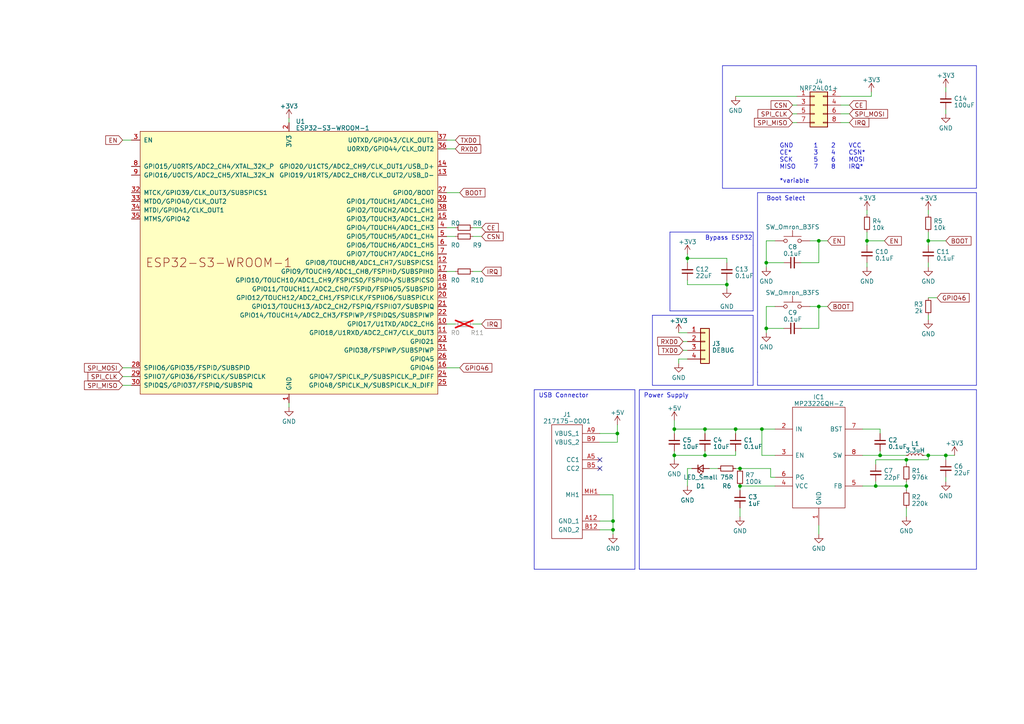
<source format=kicad_sch>
(kicad_sch (version 20230121) (generator eeschema)
  (paper "A4")
  (lib_symbols
    (symbol "Connector_Generic:Conn_01x04" (pin_names (offset 1.016) hide)
      (property "Reference" "J" (at 0 5.08 0))
      (property "Value" "Conn_01x04" (at 0 -7.62 0))
      (symbol "Conn_01x04_1_1"
        (rectangle (start -1.27 -4.953) (end 0 -5.207) (stroke (width 0.1524)))
        (rectangle (start -1.27 -2.413) (end 0 -2.667) (stroke (width 0.1524)))
        (rectangle (start -1.27 0.127) (end 0 -0.127) (stroke (width 0.1524)))
        (rectangle (start -1.27 2.667) (end 0 2.413) (stroke (width 0.1524)))
        (rectangle (start -1.27 3.81) (end 1.27 -6.35) (stroke (width 0.254)) (fill (type background)))
        (pin passive line (at -5.08 2.54 0) (length 3.81) (name "Pin_1") (number "1"))
        (pin passive line (at -5.08 0 0) (length 3.81) (name "Pin_2") (number "2"))
        (pin passive line (at -5.08 -2.54 0) (length 3.81) (name "Pin_3") (number "3"))
        (pin passive line (at -5.08 -5.08 0) (length 3.81) (name "Pin_4") (number "4"))
      )
    )
    (symbol "Connector_Generic:Conn_02x04_Odd_Even" (pin_names (offset 1.016) hide)
      (property "Reference" "J" (at 1.27 5.08 0))
      (property "Value" "Conn_02x04_Odd_Even" (at 1.27 -7.62 0))
      (symbol "Conn_02x04_Odd_Even_1_1"
        (rectangle (start -1.27 -4.953) (end 0 -5.207) (stroke (width 0.1524)))
        (rectangle (start -1.27 -2.413) (end 0 -2.667) (stroke (width 0.1524)))
        (rectangle (start -1.27 0.127) (end 0 -0.127) (stroke (width 0.1524)))
        (rectangle (start -1.27 2.667) (end 0 2.413) (stroke (width 0.1524)))
        (rectangle (start -1.27 3.81) (end 3.81 -6.35) (stroke (width 0.254)) (fill (type background)))
        (rectangle (start 3.81 -4.953) (end 2.54 -5.207) (stroke (width 0.1524)))
        (rectangle (start 3.81 -2.413) (end 2.54 -2.667) (stroke (width 0.1524)))
        (rectangle (start 3.81 0.127) (end 2.54 -0.127) (stroke (width 0.1524)))
        (rectangle (start 3.81 2.667) (end 2.54 2.413) (stroke (width 0.1524)))
        (pin passive line (at -5.08 2.54 0) (length 3.81) (name "Pin_1") (number "1"))
        (pin passive line (at 7.62 2.54 180) (length 3.81) (name "Pin_2") (number "2"))
        (pin passive line (at -5.08 0 0) (length 3.81) (name "Pin_3") (number "3"))
        (pin passive line (at 7.62 0 180) (length 3.81) (name "Pin_4") (number "4"))
        (pin passive line (at -5.08 -2.54 0) (length 3.81) (name "Pin_5") (number "5"))
        (pin passive line (at 7.62 -2.54 180) (length 3.81) (name "Pin_6") (number "6"))
        (pin passive line (at -5.08 -5.08 0) (length 3.81) (name "Pin_7") (number "7"))
        (pin passive line (at 7.62 -5.08 180) (length 3.81) (name "Pin_8") (number "8"))
      )
    )
    (symbol "Device:C_Small" (pin_numbers hide) (pin_names (offset 0.254) hide)
      (property "Reference" "C" (at 0.254 1.778 0))
      (property "Value" "C_Small" (at 0.254 -2.032 0))
      (symbol "C_Small_0_1"
        (polyline (pts (xy -1.524 -0.508) (xy 1.524 -0.508)) (stroke (width 0.3302)))
        (polyline (pts (xy -1.524 0.508) (xy 1.524 0.508)) (stroke (width 0.3048)))
      )
      (symbol "C_Small_1_1"
        (pin passive line (at 0 2.54 270) (length 2.032) (name "~") (number "1"))
        (pin passive line (at 0 -2.54 90) (length 2.032) (name "~") (number "2"))
      )
    )
    (symbol "Device:LED_Small" (pin_numbers hide) (pin_names (offset 0.254) hide)
      (property "Reference" "D" (at -1.27 3.175 0))
      (property "Value" "LED_Small" (at -4.445 -2.54 0))
      (symbol "LED_Small_0_1"
        (polyline (pts (xy -0.762 -1.016) (xy -0.762 1.016)) (stroke (width 0.254)))
        (polyline (pts (xy 1.016 0) (xy -0.762 0)))
        (polyline (pts (xy 0.762 -1.016) (xy -0.762 0) (xy 0.762 1.016) (xy 0.762 -1.016)) (stroke (width 0.254)))
        (polyline (pts (xy 0 0.762) (xy -0.508 1.27) (xy -0.254 1.27) (xy -0.508 1.27) (xy -0.508 1.016)))
        (polyline (pts (xy 0.508 1.27) (xy 0 1.778) (xy 0.254 1.778) (xy 0 1.778) (xy 0 1.524)))
      )
      (symbol "LED_Small_1_1"
        (pin passive line (at -2.54 0 0) (length 1.778) (name "K") (number "1"))
        (pin passive line (at 2.54 0 180) (length 1.778) (name "A") (number "2"))
      )
    )
    (symbol "Device:L_Small" (pin_numbers hide) (pin_names (offset 0.254) hide)
      (property "Reference" "L" (at 0.762 1.016 0))
      (property "Value" "L_Small" (at 0.762 -1.016 0))
      (symbol "L_Small_0_1"
        (arc (start 0 -2.032) (mid 0.5058 -1.524) (end 0 -1.016))
        (arc (start 0 -1.016) (mid 0.5058 -0.508) (end 0 0))
        (arc (start 0 0) (mid 0.5058 0.508) (end 0 1.016))
        (arc (start 0 1.016) (mid 0.5058 1.524) (end 0 2.032))
      )
      (symbol "L_Small_1_1"
        (pin passive line (at 0 2.54 270) (length 0.508) (name "~") (number "1"))
        (pin passive line (at 0 -2.54 90) (length 0.508) (name "~") (number "2"))
      )
    )
    (symbol "Device:R_Small" (pin_numbers hide) (pin_names (offset 0.254) hide)
      (property "Reference" "R" (at 0.762 0.508 0))
      (property "Value" "R_Small" (at 0.762 -1.016 0))
      (symbol "R_Small_0_1"
        (rectangle (start -0.762 1.778) (end 0.762 -1.778) (stroke (width 0.2032)))
      )
      (symbol "R_Small_1_1"
        (pin passive line (at 0 2.54 270) (length 0.762) (name "~") (number "1"))
        (pin passive line (at 0 -2.54 90) (length 0.762) (name "~") (number "2"))
      )
    )
    (symbol "Espressif:ESP32-S3-WROOM-1" (pin_names (offset 1.016))
      (property "Reference" "U" (at -43.18 43.18 0))
      (property "Value" "ESP32-S3-WROOM-1" (at -43.18 40.64 0))
      (symbol "ESP32-S3-WROOM-1_0_0"
        (text "ESP32-S3-WROOM-1" (at -20.32 0 0) (effects (font (size 2.54 2.54))))
        (pin power_in line (at 0 -40.64 90) (length 2.54) (name "GND") (number "1"))
        (pin bidirectional line (at 45.72 -17.78 180) (length 2.54) (name "GPIO17/U1TXD/ADC2_CH6") (number "10"))
        (pin bidirectional line (at 45.72 -20.32 180) (length 2.54) (name "GPIO18/U1RXD/ADC2_CH7/CLK_OUT3") (number "11"))
        (pin bidirectional line (at 45.72 0 180) (length 2.54) (name "GPIO8/TOUCH8/ADC1_CH7/SUBSPICS1") (number "12"))
        (pin bidirectional line (at 45.72 25.4 180) (length 2.54) (name "GPIO19/U1RTS/ADC2_CH8/CLK_OUT2/USB_D-") (number "13"))
        (pin bidirectional line (at 45.72 27.94 180) (length 2.54) (name "GPIO20/U1CTS/ADC2_CH9/CLK_OUT1/USB_D+") (number "14"))
        (pin bidirectional line (at 45.72 12.7 180) (length 2.54) (name "GPIO3/TOUCH3/ADC1_CH2") (number "15"))
        (pin bidirectional line (at 45.72 -30.48 180) (length 2.54) (name "GPIO46") (number "16"))
        (pin bidirectional line (at 45.72 -2.54 180) (length 2.54) (name "GPIO9/TOUCH9/ADC1_CH8/FSPIHD/SUBSPIHD") (number "17"))
        (pin bidirectional line (at 45.72 -5.08 180) (length 2.54) (name "GPIO10/TOUCH10/ADC1_CH9/FSPICS0/FSPIIO4/SUBSPICS0") (number "18"))
        (pin bidirectional line (at 45.72 -7.62 180) (length 2.54) (name "GPIO11/TOUCH11/ADC2_CH0/FSPID/FSPIIO5/SUBSPID") (number "19"))
        (pin power_in line (at 0 40.64 270) (length 2.54) (name "3V3") (number "2"))
        (pin bidirectional line (at 45.72 -10.16 180) (length 2.54) (name "GPIO12/TOUCH12/ADC2_CH1/FSPICLK/FSPIIO6/SUBSPICLK") (number "20"))
        (pin bidirectional line (at 45.72 -12.7 180) (length 2.54) (name "GPIO13/TOUCH13/ADC2_CH2/FSPIQ/FSPIIO7/SUBSPIQ") (number "21"))
        (pin bidirectional line (at 45.72 -15.24 180) (length 2.54) (name "GPIO14/TOUCH14/ADC2_CH3/FSPIWP/FSPIDQS/SUBSPIWP") (number "22"))
        (pin bidirectional line (at 45.72 -22.86 180) (length 2.54) (name "GPIO21") (number "23"))
        (pin bidirectional line (at 45.72 -33.02 180) (length 2.54) (name "GPIO47/SPICLK_P/SUBSPICLK_P_DIFF") (number "24"))
        (pin bidirectional line (at 45.72 -35.56 180) (length 2.54) (name "GPIO48/SPICLK_N/SUBSPICLK_N_DIFF") (number "25"))
        (pin bidirectional line (at 45.72 -27.94 180) (length 2.54) (name "GPIO45") (number "26"))
        (pin bidirectional line (at 45.72 20.32 180) (length 2.54) (name "GPIO0/BOOT") (number "27"))
        (pin bidirectional line (at -45.72 -30.48 0) (length 2.54) (name "SPIIO6/GPIO35/FSPID/SUBSPID") (number "28"))
        (pin bidirectional line (at -45.72 -33.02 0) (length 2.54) (name "SPIIO7/GPIO36/FSPICLK/SUBSPICLK") (number "29"))
        (pin input line (at -45.72 35.56 0) (length 2.54) (name "EN") (number "3"))
        (pin bidirectional line (at -45.72 -35.56 0) (length 2.54) (name "SPIDQS/GPIO37/FSPIQ/SUBSPIQ") (number "30"))
        (pin bidirectional line (at 45.72 -25.4 180) (length 2.54) (name "GPIO38/FSPIWP/SUBSPIWP") (number "31"))
        (pin bidirectional line (at -45.72 20.32 0) (length 2.54) (name "MTCK/GPIO39/CLK_OUT3/SUBSPICS1") (number "32"))
        (pin bidirectional line (at -45.72 17.78 0) (length 2.54) (name "MTDO/GPIO40/CLK_OUT2") (number "33"))
        (pin bidirectional line (at -45.72 15.24 0) (length 2.54) (name "MTDI/GPIO41/CLK_OUT1") (number "34"))
        (pin bidirectional line (at -45.72 12.7 0) (length 2.54) (name "MTMS/GPIO42") (number "35"))
        (pin bidirectional line (at 45.72 33.02 180) (length 2.54) (name "U0RXD/GPIO44/CLK_OUT2") (number "36"))
        (pin bidirectional line (at 45.72 35.56 180) (length 2.54) (name "U0TXD/GPIO43/CLK_OUT1") (number "37"))
        (pin bidirectional line (at 45.72 15.24 180) (length 2.54) (name "GPIO2/TOUCH2/ADC1_CH1") (number "38"))
        (pin bidirectional line (at 45.72 17.78 180) (length 2.54) (name "GPIO1/TOUCH1/ADC1_CH0") (number "39"))
        (pin bidirectional line (at 45.72 10.16 180) (length 2.54) (name "GPIO4/TOUCH4/ADC1_CH3") (number "4"))
        (pin passive line (at 0 -40.64 90) (length 2.54) hide (name "GND") (number "40"))
        (pin passive line (at 0 -40.64 90) (length 2.54) hide (name "GND") (number "41"))
        (pin bidirectional line (at 45.72 7.62 180) (length 2.54) (name "GPIO5/TOUCH5/ADC1_CH4") (number "5"))
        (pin bidirectional line (at 45.72 5.08 180) (length 2.54) (name "GPIO6/TOUCH6/ADC1_CH5") (number "6"))
        (pin bidirectional line (at 45.72 2.54 180) (length 2.54) (name "GPIO7/TOUCH7/ADC1_CH6") (number "7"))
        (pin bidirectional line (at -45.72 27.94 0) (length 2.54) (name "GPIO15/U0RTS/ADC2_CH4/XTAL_32K_P") (number "8"))
        (pin bidirectional line (at -45.72 25.4 0) (length 2.54) (name "GPIO16/U0CTS/ADC2_CH5/XTAL_32K_N") (number "9"))
      )
      (symbol "ESP32-S3-WROOM-1_0_1"
        (rectangle (start -43.18 38.1) (end 43.18 -38.1) (fill (type background)))
      )
    )
    (symbol "Switch:SW_Omron_B3FS" (pin_numbers hide) (pin_names (offset 1.016) hide)
      (property "Reference" "SW" (at 1.27 2.54 0))
      (property "Value" "SW_Omron_B3FS" (at 0 -1.524 0))
      (symbol "SW_Omron_B3FS_0_1"
        (circle (center -2.032 0) (radius 0.508))
        (polyline (pts (xy 0 1.27) (xy 0 3.048)))
        (polyline (pts (xy 2.54 1.27) (xy -2.54 1.27)))
        (circle (center 2.032 0) (radius 0.508))
        (pin passive line (at -5.08 0 0) (length 2.54) (name "1") (number "1"))
        (pin passive line (at 5.08 0 180) (length 2.54) (name "2") (number "2"))
      )
    )
    (symbol "broker:217175-0001" (pin_names (offset 0.762))
      (property "Reference" "J" (at 29.21 7.62 0))
      (property "Value" "217175-0001" (at 29.21 5.08 0))
      (symbol "217175-0001_0_0"
        (pin passive line (at 19.05 -13.97 180) (length 5.08) (name "GND_1") (number "A12"))
        (pin passive line (at 19.05 3.81 180) (length 5.08) (name "CC1") (number "A5"))
        (pin passive line (at 19.05 11.43 180) (length 5.08) (name "VBUS_1") (number "A9"))
        (pin passive line (at 19.05 -16.51 180) (length 5.08) (name "GND_2") (number "B12"))
        (pin passive line (at 19.05 1.27 180) (length 5.08) (name "CC2") (number "B5"))
        (pin passive line (at 19.05 8.89 180) (length 5.08) (name "VBUS_2") (number "B9"))
        (pin passive line (at 19.05 -6.35 180) (length 5.08) (name "MH1") (number "MH1"))
        (pin passive line (at 19.05 -6.35 180) (length 5.08) hide (name "MH2") (number "MH2"))
        (pin passive line (at 19.05 -6.35 180) (length 5.08) hide (name "MH3") (number "MH3"))
        (pin passive line (at 19.05 -6.35 180) (length 5.08) hide (name "MH4") (number "MH4"))
      )
      (symbol "217175-0001_0_1"
        (polyline (pts (xy 5.08 13.97) (xy 13.97 13.97) (xy 13.97 -19.05) (xy 5.08 -19.05) (xy 5.08 13.97)) (stroke (width 0.1524)))
      )
    )
    (symbol "broker:MP2322GQH-Z" (pin_names (offset 0.762))
      (property "Reference" "IC" (at 21.59 7.62 0))
      (property "Value" "MP2322GQH-Z" (at 21.59 5.08 0))
      (symbol "MP2322GQH-Z_0_0"
        (pin passive line (at 12.7 -31.75 90) (length 5.08) (name "GND") (number "1"))
        (pin passive line (at 0 -3.81 0) (length 5.08) (name "IN") (number "2"))
        (pin passive line (at 0 -11.43 0) (length 5.08) (name "EN") (number "3"))
        (pin passive line (at 0 -20.32 0) (length 5.08) (name "VCC") (number "4"))
        (pin passive line (at 25.4 -20.32 180) (length 5.08) (name "FB") (number "5"))
        (pin passive line (at 0 -17.78 0) (length 5.08) (name "PG") (number "6"))
        (pin passive line (at 25.4 -3.81 180) (length 5.08) (name "BST") (number "7"))
        (pin passive line (at 25.4 -11.43 180) (length 5.08) (name "SW") (number "8"))
      )
      (symbol "MP2322GQH-Z_0_1"
        (polyline (pts (xy 5.08 2.54) (xy 20.32 2.54) (xy 20.32 -26.67) (xy 5.08 -26.67) (xy 5.08 2.54)) (stroke (width 0.1524)))
      )
    )
    (symbol "power:+3V3" (power) (pin_names (offset 0))
      (property "Value" "+3V3" (at 0 3.556 0))
      (symbol "+3V3_0_1"
        (polyline (pts (xy -0.762 1.27) (xy 0 2.54)))
        (polyline (pts (xy 0 0) (xy 0 2.54)))
        (polyline (pts (xy 0 2.54) (xy 0.762 1.27)))
      )
      (symbol "+3V3_1_1"
        (pin power_in line (at 0 0 90) (length 0) hide (name "+3V3") (number "1"))
      )
    )
    (symbol "power:+5V" (power) (pin_names (offset 0))
      (property "Value" "+5V" (at 0 3.556 0))
      (symbol "+5V_0_1"
        (polyline (pts (xy -0.762 1.27) (xy 0 2.54)))
        (polyline (pts (xy 0 0) (xy 0 2.54)))
        (polyline (pts (xy 0 2.54) (xy 0.762 1.27)))
      )
      (symbol "+5V_1_1"
        (pin power_in line (at 0 0 90) (length 0) hide (name "+5V") (number "1"))
      )
    )
    (symbol "power:GND" (power) (pin_names (offset 0))
      (property "Value" "GND" (at 0 -3.81 0))
      (symbol "GND_0_1"
        (polyline (pts (xy 0 0) (xy 0 -1.27) (xy 1.27 -1.27) (xy 0 -2.54) (xy -1.27 -1.27) (xy 0 -1.27)))
      )
      (symbol "GND_1_1"
        (pin power_in line (at 0 0 270) (length 0) hide (name "GND") (number "1"))
      )
    )
  )
  (junction (at 199.39 74.93))
  (junction (at 204.47 124.46))
  (junction (at 210.82 82.55))
  (junction (at 220.98 124.46))
  (junction (at 214.63 135.89))
  (junction (at 255.27 132.08))
  (junction (at 274.32 132.08))
  (junction (at 269.24 69.85))
  (junction (at 204.47 132.08))
  (junction (at 179.07 125.73))
  (junction (at 213.36 124.46))
  (junction (at 262.89 140.97))
  (junction (at 251.46 69.85))
  (junction (at 195.58 124.46))
  (junction (at 177.8 151.13))
  (junction (at 254 140.97))
  (junction (at 237.49 69.85))
  (junction (at 269.24 132.08))
  (junction (at 237.49 88.9))
  (junction (at 214.63 140.97))
  (junction (at 177.8 153.67))
  (junction (at 222.25 76.2))
  (junction (at 195.58 132.08))
  (junction (at 262.89 133.35))
  (junction (at 222.25 95.25))
  (no_connect (at 173.99 135.89))
  (no_connect (at 173.99 133.35))
  (polyline (pts (xy 185.42 154.94) (xy 185.42 113.03)))
  (wire (pts (xy 274.32 25.4) (xy 274.32 26.67)))
  (wire (pts (xy 237.49 69.85) (xy 240.03 69.85)))
  (polyline (pts (xy 209.55 54.61) (xy 209.55 19.05)))
  (wire (pts (xy 255.27 132.08) (xy 250.19 132.08)))
  (polyline (pts (xy 154.94 113.03) (xy 184.15 113.03)))
  (wire (pts (xy 35.56 40.64) (xy 38.1 40.64)))
  (wire (pts (xy 252.73 27.94) (xy 252.73 26.67)))
  (wire (pts (xy 199.39 73.66) (xy 199.39 74.93)))
  (wire (pts (xy 223.52 138.43) (xy 224.79 138.43)))
  (polyline (pts (xy 219.71 55.88) (xy 219.71 107.95)))
  (wire (pts (xy 243.84 30.48) (xy 246.38 30.48)))
  (wire (pts (xy 227.33 76.2) (xy 222.25 76.2)))
  (wire (pts (xy 237.49 95.25) (xy 232.41 95.25)))
  (wire (pts (xy 177.8 151.13) (xy 173.99 151.13)))
  (polyline (pts (xy 218.44 90.17) (xy 194.31 90.17)))
  (wire (pts (xy 214.63 142.24) (xy 214.63 140.97)))
  (wire (pts (xy 256.54 69.85) (xy 251.46 69.85)))
  (wire (pts (xy 251.46 69.85) (xy 251.46 67.31)))
  (wire (pts (xy 251.46 60.96) (xy 251.46 62.23)))
  (wire (pts (xy 251.46 69.85) (xy 251.46 71.12)))
  (wire (pts (xy 220.98 132.08) (xy 220.98 124.46)))
  (wire (pts (xy 198.12 99.06) (xy 199.39 99.06)))
  (wire (pts (xy 237.49 152.4) (xy 237.49 154.94)))
  (wire (pts (xy 255.27 130.81) (xy 255.27 132.08)))
  (wire (pts (xy 196.85 96.52) (xy 199.39 96.52)))
  (wire (pts (xy 243.84 27.94) (xy 252.73 27.94)))
  (wire (pts (xy 255.27 124.46) (xy 255.27 125.73)))
  (wire (pts (xy 204.47 132.08) (xy 213.36 132.08)))
  (wire (pts (xy 129.54 68.58) (xy 132.08 68.58)))
  (wire (pts (xy 199.39 74.93) (xy 210.82 74.93)))
  (wire (pts (xy 274.32 132.08) (xy 274.32 133.35)))
  (wire (pts (xy 274.32 138.43) (xy 274.32 139.7)))
  (wire (pts (xy 262.89 140.97) (xy 262.89 142.24)))
  (wire (pts (xy 224.79 132.08) (xy 220.98 132.08)))
  (polyline (pts (xy 283.21 165.1) (xy 185.42 165.1)))
  (wire (pts (xy 224.79 124.46) (xy 220.98 124.46)))
  (wire (pts (xy 177.8 143.51) (xy 173.99 143.51)))
  (wire (pts (xy 129.54 66.04) (xy 132.08 66.04)))
  (wire (pts (xy 210.82 82.55) (xy 210.82 83.82)))
  (polyline (pts (xy 218.44 111.76) (xy 189.23 111.76)))
  (polyline (pts (xy 209.55 19.05) (xy 283.21 19.05)))
  (wire (pts (xy 199.39 135.89) (xy 200.66 135.89)))
  (wire (pts (xy 204.47 124.46) (xy 204.47 125.73)))
  (wire (pts (xy 220.98 124.46) (xy 213.36 124.46)))
  (wire (pts (xy 213.36 27.94) (xy 231.14 27.94)))
  (wire (pts (xy 129.54 106.68) (xy 133.35 106.68)))
  (wire (pts (xy 237.49 69.85) (xy 237.49 76.2)))
  (wire (pts (xy 229.87 33.02) (xy 231.14 33.02)))
  (wire (pts (xy 222.25 76.2) (xy 222.25 77.47)))
  (wire (pts (xy 205.74 135.89) (xy 208.28 135.89)))
  (polyline (pts (xy 218.44 71.12) (xy 218.44 90.17)))
  (wire (pts (xy 177.8 143.51) (xy 177.8 151.13)))
  (wire (pts (xy 195.58 124.46) (xy 195.58 121.92)))
  (polyline (pts (xy 283.21 111.76) (xy 283.21 55.88)))
  (wire (pts (xy 269.24 69.85) (xy 269.24 67.31)))
  (wire (pts (xy 137.16 93.98) (xy 139.7 93.98)))
  (wire (pts (xy 179.07 125.73) (xy 179.07 128.27)))
  (wire (pts (xy 223.52 138.43) (xy 223.52 135.89)))
  (wire (pts (xy 204.47 124.46) (xy 195.58 124.46)))
  (wire (pts (xy 274.32 31.75) (xy 274.32 33.02)))
  (wire (pts (xy 262.89 139.7) (xy 262.89 140.97)))
  (wire (pts (xy 269.24 91.44) (xy 269.24 92.71)))
  (wire (pts (xy 199.39 140.97) (xy 199.39 135.89)))
  (polyline (pts (xy 185.42 113.03) (xy 283.21 113.03)))
  (wire (pts (xy 177.8 154.94) (xy 177.8 153.67)))
  (wire (pts (xy 271.78 86.36) (xy 269.24 86.36)))
  (polyline (pts (xy 219.71 111.76) (xy 283.21 111.76)))
  (wire (pts (xy 223.52 135.89) (xy 214.63 135.89)))
  (polyline (pts (xy 189.23 111.76) (xy 189.23 91.44)))
  (wire (pts (xy 210.82 82.55) (xy 210.82 81.28)))
  (wire (pts (xy 177.8 153.67) (xy 177.8 151.13)))
  (wire (pts (xy 243.84 33.02) (xy 246.38 33.02)))
  (wire (pts (xy 179.07 128.27) (xy 173.99 128.27)))
  (wire (pts (xy 199.39 82.55) (xy 199.39 81.28)))
  (wire (pts (xy 199.39 74.93) (xy 199.39 76.2)))
  (wire (pts (xy 196.85 104.14) (xy 196.85 105.41)))
  (wire (pts (xy 237.49 76.2) (xy 232.41 76.2)))
  (wire (pts (xy 222.25 95.25) (xy 222.25 96.52)))
  (wire (pts (xy 269.24 132.08) (xy 274.32 132.08)))
  (wire (pts (xy 198.12 101.6) (xy 199.39 101.6)))
  (wire (pts (xy 213.36 132.08) (xy 213.36 130.81)))
  (wire (pts (xy 254 140.97) (xy 250.19 140.97)))
  (wire (pts (xy 179.07 123.19) (xy 179.07 125.73)))
  (wire (pts (xy 267.97 132.08) (xy 269.24 132.08)))
  (wire (pts (xy 269.24 60.96) (xy 269.24 62.23)))
  (wire (pts (xy 262.89 147.32) (xy 262.89 149.86)))
  (wire (pts (xy 255.27 132.08) (xy 262.89 132.08)))
  (wire (pts (xy 199.39 104.14) (xy 196.85 104.14)))
  (polyline (pts (xy 219.71 107.95) (xy 219.71 111.76)))
  (wire (pts (xy 129.54 93.98) (xy 132.08 93.98)))
  (wire (pts (xy 254 139.7) (xy 254 140.97)))
  (wire (pts (xy 227.33 95.25) (xy 222.25 95.25)))
  (wire (pts (xy 210.82 74.93) (xy 210.82 76.2)))
  (polyline (pts (xy 283.21 113.03) (xy 283.21 165.1)))
  (wire (pts (xy 229.87 30.48) (xy 231.14 30.48)))
  (wire (pts (xy 195.58 133.35) (xy 195.58 132.08)))
  (wire (pts (xy 210.82 82.55) (xy 199.39 82.55)))
  (wire (pts (xy 234.95 69.85) (xy 237.49 69.85)))
  (wire (pts (xy 262.89 140.97) (xy 254 140.97)))
  (wire (pts (xy 274.32 69.85) (xy 269.24 69.85)))
  (wire (pts (xy 222.25 69.85) (xy 222.25 76.2)))
  (polyline (pts (xy 185.42 154.94) (xy 185.42 165.1)))
  (wire (pts (xy 269.24 76.2) (xy 269.24 77.47)))
  (wire (pts (xy 35.56 111.76) (xy 38.1 111.76)))
  (polyline (pts (xy 184.15 165.1) (xy 154.94 165.1)))
  (wire (pts (xy 204.47 132.08) (xy 204.47 130.81)))
  (polyline (pts (xy 184.15 113.03) (xy 184.15 165.1)))
  (wire (pts (xy 254 133.35) (xy 254 134.62)))
  (wire (pts (xy 237.49 88.9) (xy 237.49 95.25)))
  (wire (pts (xy 177.8 153.67) (xy 173.99 153.67)))
  (polyline (pts (xy 154.94 113.03) (xy 154.94 165.1)))
  (wire (pts (xy 214.63 140.97) (xy 224.79 140.97)))
  (polyline (pts (xy 218.44 91.44) (xy 218.44 111.76)))
  (wire (pts (xy 262.89 133.35) (xy 262.89 134.62)))
  (wire (pts (xy 83.82 34.29) (xy 83.82 35.56)))
  (wire (pts (xy 222.25 88.9) (xy 222.25 95.25)))
  (wire (pts (xy 262.89 133.35) (xy 254 133.35)))
  (wire (pts (xy 214.63 147.32) (xy 214.63 149.86)))
  (wire (pts (xy 137.16 66.04) (xy 139.7 66.04)))
  (wire (pts (xy 137.16 68.58) (xy 139.7 68.58)))
  (wire (pts (xy 204.47 124.46) (xy 213.36 124.46)))
  (wire (pts (xy 129.54 78.74) (xy 132.08 78.74)))
  (wire (pts (xy 35.56 109.22) (xy 38.1 109.22)))
  (wire (pts (xy 35.56 106.68) (xy 38.1 106.68)))
  (wire (pts (xy 137.16 78.74) (xy 139.7 78.74)))
  (wire (pts (xy 129.54 55.88) (xy 133.35 55.88)))
  (wire (pts (xy 251.46 76.2) (xy 251.46 77.47)))
  (wire (pts (xy 229.87 35.56) (xy 231.14 35.56)))
  (wire (pts (xy 234.95 88.9) (xy 237.49 88.9)))
  (polyline (pts (xy 194.31 90.17) (xy 194.31 67.31)))
  (polyline (pts (xy 283.21 19.05) (xy 283.21 54.61)))
  (wire (pts (xy 222.25 88.9) (xy 224.79 88.9)))
  (polyline (pts (xy 283.21 55.88) (xy 219.71 55.88)))
  (wire (pts (xy 195.58 124.46) (xy 195.58 125.73)))
  (wire (pts (xy 269.24 133.35) (xy 269.24 132.08)))
  (wire (pts (xy 129.54 40.64) (xy 132.08 40.64)))
  (polyline (pts (xy 218.44 67.31) (xy 218.44 71.12)))
  (wire (pts (xy 269.24 69.85) (xy 269.24 71.12)))
  (wire (pts (xy 129.54 43.18) (xy 132.08 43.18)))
  (wire (pts (xy 222.25 69.85) (xy 224.79 69.85)))
  (wire (pts (xy 243.84 35.56) (xy 246.38 35.56)))
  (wire (pts (xy 237.49 88.9) (xy 240.03 88.9)))
  (wire (pts (xy 250.19 124.46) (xy 255.27 124.46)))
  (wire (pts (xy 195.58 130.81) (xy 195.58 132.08)))
  (polyline (pts (xy 283.21 54.61) (xy 209.55 54.61)))
  (wire (pts (xy 262.89 133.35) (xy 269.24 133.35)))
  (wire (pts (xy 179.07 125.73) (xy 173.99 125.73)))
  (wire (pts (xy 195.58 132.08) (xy 204.47 132.08)))
  (polyline (pts (xy 189.23 91.44) (xy 218.44 91.44)))
  (wire (pts (xy 213.36 135.89) (xy 214.63 135.89)))
  (wire (pts (xy 274.32 132.08) (xy 276.86 132.08)))
  (wire (pts (xy 213.36 124.46) (xy 213.36 125.73)))
  (polyline (pts (xy 194.31 67.31) (xy 218.44 67.31)))
  (wire (pts (xy 83.82 116.84) (xy 83.82 118.11)))
  (text "Power Supply" (at 186.69 115.57 0) (effects (font (size 1.27 1.27)) (justify left bottom)))
  (text "Bypass ESP32" (at 204.47 69.85 0) (effects (font (size 1.27 1.27)) (justify left bottom)))
  (text "Boot Select" (at 222.25 58.42 0) (effects (font (size 1.27 1.27)) (justify left bottom)))
  (text "GND		1	2	VCC\nCE*		3	4 	CSN*\nSCK		5	6 	MOSI\nMISO	7	8	IRQ*\n\n*variable" (at 226.06 53.34 0) (effects (font (size 1.27 1.27)) (justify left bottom)))
  (text "USB Connector" (at 156.21 115.57 0) (effects (font (size 1.27 1.27)) (justify left bottom)))
  (global_label "CSN" (shape input) (at 139.7 68.58 0) (property "Intersheetrefs" "${INTERSHEET_REFS}" (effects hide)))
  (global_label "SPI_MOSI" (shape input) (at 35.56 106.68 180) (property "Intersheetrefs" "${INTERSHEET_REFS}" (effects hide)))
  (global_label "SPI_MOSI" (shape input) (at 246.38 33.02 0) (property "Intersheetrefs" "${INTERSHEET_REFS}" (effects hide)))
  (global_label "SPI_MISO" (shape input) (at 35.56 111.76 180) (property "Intersheetrefs" "${INTERSHEET_REFS}" (effects hide)))
  (global_label "RXD0" (shape input) (at 198.12 99.06 180) (property "Intersheetrefs" "${INTERSHEET_REFS}" (effects hide)))
  (global_label "SPI_MISO" (shape input) (at 229.87 35.56 180) (property "Intersheetrefs" "${INTERSHEET_REFS}" (effects hide)))
  (global_label "SPI_CLK" (shape input) (at 35.56 109.22 180) (property "Intersheetrefs" "${INTERSHEET_REFS}" (effects hide)))
  (global_label "GPIO46" (shape input) (at 271.78 86.36 0) (property "Intersheetrefs" "${INTERSHEET_REFS}" (effects hide)))
  (global_label "TXD0" (shape input) (at 132.08 40.64 0) (property "Intersheetrefs" "${INTERSHEET_REFS}" (effects hide)))
  (global_label "IRQ" (shape input) (at 139.7 78.74 0) (property "Intersheetrefs" "${INTERSHEET_REFS}" (effects hide)))
  (global_label "EN" (shape input) (at 35.56 40.64 180) (property "Intersheetrefs" "${INTERSHEET_REFS}" (effects hide)))
  (global_label "BOOT" (shape input) (at 240.03 88.9 0) (property "Intersheetrefs" "${INTERSHEET_REFS}" (effects hide)))
  (global_label "BOOT" (shape input) (at 274.32 69.85 0) (property "Intersheetrefs" "${INTERSHEET_REFS}" (effects hide)))
  (global_label "GPIO46" (shape input) (at 133.35 106.68 0) (property "Intersheetrefs" "${INTERSHEET_REFS}" (effects hide)))
  (global_label "IRQ" (shape input) (at 246.38 35.56 0) (property "Intersheetrefs" "${INTERSHEET_REFS}" (effects hide)))
  (global_label "CE" (shape input) (at 139.7 66.04 0) (property "Intersheetrefs" "${INTERSHEET_REFS}" (effects hide)))
  (global_label "CE" (shape input) (at 246.38 30.48 0) (property "Intersheetrefs" "${INTERSHEET_REFS}" (effects hide)))
  (global_label "BOOT" (shape input) (at 133.35 55.88 0) (property "Intersheetrefs" "${INTERSHEET_REFS}" (effects hide)))
  (global_label "EN" (shape input) (at 240.03 69.85 0) (property "Intersheetrefs" "${INTERSHEET_REFS}" (effects hide)))
  (global_label "RXD0" (shape input) (at 132.08 43.18 0) (property "Intersheetrefs" "${INTERSHEET_REFS}" (effects hide)))
  (global_label "SPI_CLK" (shape input) (at 229.87 33.02 180) (property "Intersheetrefs" "${INTERSHEET_REFS}" (effects hide)))
  (global_label "EN" (shape input) (at 256.54 69.85 0) (property "Intersheetrefs" "${INTERSHEET_REFS}" (effects hide)))
  (global_label "TXD0" (shape input) (at 198.12 101.6 180) (property "Intersheetrefs" "${INTERSHEET_REFS}" (effects hide)))
  (global_label "CSN" (shape input) (at 229.87 30.48 180) (property "Intersheetrefs" "${INTERSHEET_REFS}" (effects hide)))
  (global_label "IRQ" (shape input) (at 139.7 93.98 0) (property "Intersheetrefs" "${INTERSHEET_REFS}" (effects hide)))
  (symbol (lib_id "Device:C_Small") (at 251.46 73.66 180) (unit 1)
    (property "Reference" "C10" (at 253.7841 73.0099 0) (effects (justify right)))
    (property "Value" "0.1uF" (at 253.7841 74.9309 0) (effects (justify right)))
    (property "Footprint" "Capacitor_SMD:C_0402_1005Metric" (effects hide))
  )
  (symbol (lib_id "Device:C_Small") (at 255.27 128.27 0) (unit 1)
    (property "Reference" "C2" (at 257.5941 127.6326 0) (effects (justify left)))
    (property "Value" "0.1uF" (at 257.5941 129.5536 0) (effects (justify left)))
    (property "Footprint" "Capacitor_SMD:C_0402_1005Metric" (effects hide))
  )
  (symbol (lib_id "Device:R_Small") (at 210.82 135.89 270) (unit 1)
    (property "Reference" "R6" (at 210.82 140.97 90))
    (property "Value" "75R" (at 210.82 138.43 90))
    (property "Footprint" "Resistor_SMD:R_0603_1608Metric_Pad0.98x0.95mm_HandSolder" (effects hide))
  )
  (symbol (lib_id "Device:R_Small") (at 251.46 64.77 0) (unit 1)
    (property "Reference" "R4" (at 252.9586 64.1263 0) (effects (justify left)))
    (property "Value" "10k" (at 252.9586 66.0473 0) (effects (justify left)))
    (property "Footprint" "Resistor_SMD:R_0603_1608Metric_Pad0.98x0.95mm_HandSolder" (effects hide))
  )
  (symbol (lib_id "power:+3V3") (at 83.82 34.29 0) (unit 1)
    (property "Reference" "#PWR018" (effects hide))
    (property "Value" "+3V3" (at 83.82 30.7881 0))
  )
  (symbol (lib_id "power:GND") (at 222.25 77.47 0) (unit 1)
    (property "Reference" "#PWR011" (effects hide))
    (property "Value" "GND" (at 222.25 81.6055 0))
  )
  (symbol (lib_id "Switch:SW_Omron_B3FS") (at 229.87 69.85 0) (unit 1)
    (property "Reference" "SW2" (effects hide))
    (property "Value" "SW_Omron_B3FS" (at 229.87 65.8401 0))
    (property "Footprint" "libraries:PTS636SP50SMTRLFS" (effects hide))
    (property "Datasheet" "https://www.mouser.de/ProductDetail/CK/PTS636-SP50-SMTR-LFS?qs=vLWxofP3U2yQrwr1QnrRJw%3D%3D" (effects hide))
  )
  (symbol (lib_id "power:GND") (at 269.24 77.47 0) (unit 1)
    (property "Reference" "#PWR016" (effects hide))
    (property "Value" "GND" (at 269.24 81.6055 0))
  )
  (symbol (lib_id "broker:217175-0001") (at 154.94 137.16 0) (unit 1)
    (property "Reference" "J1" (at 164.465 120.2309 0))
    (property "Value" "217175-0001" (at 164.465 122.1519 0))
    (property "Footprint" "libraries:2171750001" (effects hide))
    (property "Datasheet" "https://www.molex.com/pdm_docs/sd/2171750001_sd.pdf" (effects hide))
    (property "Description" "Connector USB Type C Female 6Positions 0.5mm Right Angle SMT Embossed T/R - Tape and Reel" (effects hide))
    (property "Height" "3.46" (effects hide))
    (property "Mouser Part Number" "538-217175-0001" (effects hide))
    (property "Mouser Price/Stock" "https://www.mouser.co.uk/ProductDetail/Molex/217175-0001?qs=DRkmTr78QARWJMiqNnldSg%3D%3D" (effects hide))
    (property "Manufacturer_Name" "Molex" (effects hide))
    (property "Manufacturer_Part_Number" "217175-0001" (effects hide))
  )
  (symbol (lib_id "Device:C_Small") (at 210.82 78.74 180) (unit 1)
    (property "Reference" "C13" (at 213.1441 78.0899 0) (effects (justify right)))
    (property "Value" "0.1uF" (at 213.1441 80.0109 0) (effects (justify right)))
    (property "Footprint" "Capacitor_SMD:C_0402_1005Metric" (effects hide))
  )
  (symbol (lib_id "Espressif:ESP32-S3-WROOM-1") (at 83.82 76.2 0) (unit 1)
    (property "Reference" "U1" (at 85.7759 35.2171 0) (effects (justify left)))
    (property "Value" "ESP32-S3-WROOM-1" (at 85.7759 37.1381 0) (effects (justify left)))
    (property "Footprint" "libraries:ESP32-S3-WROOM-1" (effects hide))
    (property "Datasheet" "https://www.espressif.com/sites/default/files/documentation/esp32-s3-wroom-1_wroom-1u_datasheet_en.pdf" (effects hide))
  )
  (symbol (lib_id "power:GND") (at 213.36 27.94 0) (unit 1)
    (property "Reference" "#PWR024" (effects hide))
    (property "Value" "GND" (at 213.36 32.0755 0))
  )
  (symbol (lib_id "Device:R_Small") (at 134.62 93.98 90) (mirror x) (unit 1) (dnp yes)
    (property "Reference" "R11" (at 138.43 96.52 90))
    (property "Value" "R0" (at 132.08 96.52 90))
    (property "Footprint" "Resistor_SMD:R_0603_1608Metric_Pad0.98x0.95mm_HandSolder" (effects hide))
  )
  (symbol (lib_id "power:+3V3") (at 251.46 60.96 0) (unit 1)
    (property "Reference" "#PWR013" (effects hide))
    (property "Value" "+3V3" (at 251.46 57.4581 0))
  )
  (symbol (lib_id "Device:LED_Small") (at 203.2 135.89 0) (mirror x) (unit 1)
    (property "Reference" "D1" (at 203.2 140.97 0))
    (property "Value" "LED_Small" (at 203.2 138.43 0))
    (property "Footprint" "LED_SMD:LED_0805_2012Metric_Pad1.15x1.40mm_HandSolder" (effects hide))
  )
  (symbol (lib_id "power:GND") (at 274.32 139.7 0) (unit 1)
    (property "Reference" "#PWR07" (effects hide))
    (property "Value" "GND" (at 274.32 143.8355 0))
  )
  (symbol (lib_id "Device:C_Small") (at 214.63 144.78 0) (unit 1)
    (property "Reference" "C3" (at 216.9541 144.1426 0) (effects (justify left)))
    (property "Value" "1uF" (at 216.9541 146.0636 0) (effects (justify left)))
    (property "Footprint" "Capacitor_SMD:C_0402_1005Metric" (effects hide))
  )
  (symbol (lib_id "Device:R_Small") (at 134.62 68.58 90) (mirror x) (unit 1)
    (property "Reference" "R9" (at 138.43 71.12 90))
    (property "Value" "R0" (at 132.08 71.12 90))
    (property "Footprint" "Resistor_SMD:R_0603_1608Metric_Pad0.98x0.95mm_HandSolder" (effects hide))
  )
  (symbol (lib_id "Device:R_Small") (at 262.89 137.16 0) (unit 1)
    (property "Reference" "R1" (at 264.3886 136.5163 0) (effects (justify left)))
    (property "Value" "976k" (at 264.3886 138.4373 0) (effects (justify left)))
    (property "Footprint" "Resistor_SMD:R_0603_1608Metric_Pad0.98x0.95mm_HandSolder" (effects hide))
  )
  (symbol (lib_id "broker:MP2322GQH-Z") (at 224.79 120.65 0) (unit 1)
    (property "Reference" "IC1" (at 237.49 115.1509 0))
    (property "Value" "MP2322GQH-Z" (at 237.49 117.0719 0))
    (property "Footprint" "libraries:MP2322GQHZ" (effects hide))
    (property "Datasheet" "https://www.mouser.de/datasheet/2/277/MP2322-2945635.pdf" (effects hide))
    (property "Description" "Switching Voltage Regulators 1A, 22V, Low IQ, Synchronous Step Down Converter" (effects hide))
    (property "Height" "0.9" (effects hide))
    (property "Mouser Part Number" "946-MP2322GQH-Z" (effects hide))
    (property "Mouser Price/Stock" "https://www.mouser.co.uk/ProductDetail/Monolithic-Power-Systems-MPS/MP2322GQH-Z?qs=byeeYqUIh0PNRfOYikm40g%3D%3D" (effects hide))
    (property "Manufacturer_Name" "Monolithic Power Systems (MPS)" (effects hide))
    (property "Manufacturer_Part_Number" "MP2322GQH-Z" (effects hide))
  )
  (symbol (lib_id "Device:C_Small") (at 195.58 128.27 0) (unit 1)
    (property "Reference" "C5" (at 197.9041 127.6326 0) (effects (justify left)))
    (property "Value" "10uF" (at 197.9041 129.5536 0) (effects (justify left)))
    (property "Footprint" "Capacitor_SMD:C_0805_2012Metric_Pad1.18x1.45mm_HandSolder" (effects hide))
  )
  (symbol (lib_id "power:+3V3") (at 274.32 25.4 0) (unit 1)
    (property "Reference" "#PWR026" (effects hide))
    (property "Value" "+3V3" (at 274.32 21.8981 0))
  )
  (symbol (lib_id "power:GND") (at 262.89 149.86 0) (unit 1)
    (property "Reference" "#PWR06" (effects hide))
    (property "Value" "GND" (at 262.89 153.9955 0))
  )
  (symbol (lib_id "power:GND") (at 251.46 77.47 0) (unit 1)
    (property "Reference" "#PWR014" (effects hide))
    (property "Value" "GND" (at 251.46 81.6055 0))
  )
  (symbol (lib_id "power:GND") (at 177.8 154.94 0) (unit 1)
    (property "Reference" "#PWR02" (effects hide))
    (property "Value" "GND" (at 177.8 159.0755 0))
  )
  (symbol (lib_id "power:GND") (at 237.49 154.94 0) (unit 1)
    (property "Reference" "#PWR09" (effects hide))
    (property "Value" "GND" (at 237.49 159.0755 0))
  )
  (symbol (lib_id "Device:C_Small") (at 269.24 73.66 180) (unit 1)
    (property "Reference" "C11" (at 271.5641 73.0099 0) (effects (justify right)))
    (property "Value" "0.1uF" (at 271.5641 74.9309 0) (effects (justify right)))
    (property "Footprint" "Capacitor_SMD:C_0402_1005Metric" (effects hide))
  )
  (symbol (lib_id "power:GND") (at 222.25 96.52 0) (unit 1)
    (property "Reference" "#PWR012" (effects hide))
    (property "Value" "GND" (at 222.25 100.6555 0))
  )
  (symbol (lib_id "Device:C_Small") (at 274.32 29.21 0) (unit 1)
    (property "Reference" "C14" (at 276.6441 28.5726 0) (effects (justify left)))
    (property "Value" "100uF" (at 276.6441 30.4936 0) (effects (justify left)))
    (property "Footprint" "Capacitor_SMD:C_0805_2012Metric_Pad1.18x1.45mm_HandSolder" (effects hide))
  )
  (symbol (lib_id "power:GND") (at 274.32 33.02 0) (unit 1)
    (property "Reference" "#PWR027" (effects hide))
    (property "Value" "GND" (at 274.32 37.1555 0))
  )
  (symbol (lib_id "Device:C_Small") (at 254 137.16 0) (unit 1)
    (property "Reference" "C7" (at 256.3241 136.5226 0) (effects (justify left)))
    (property "Value" "22pF" (at 256.3241 138.4436 0) (effects (justify left)))
    (property "Footprint" "Capacitor_SMD:C_0402_1005Metric" (effects hide))
  )
  (symbol (lib_id "power:+3V3") (at 269.24 60.96 0) (unit 1)
    (property "Reference" "#PWR015" (effects hide))
    (property "Value" "+3V3" (at 269.24 57.4581 0))
  )
  (symbol (lib_id "power:+5V") (at 195.58 121.92 0) (unit 1)
    (property "Reference" "#PWR03" (effects hide))
    (property "Value" "+5V" (at 195.58 118.4181 0))
  )
  (symbol (lib_id "Connector_Generic:Conn_02x04_Odd_Even") (at 236.22 30.48 0) (unit 1)
    (property "Reference" "J4" (at 237.49 23.6601 0))
    (property "Value" "NRF24L01+" (at 237.49 25.5811 0))
    (property "Footprint" "Connector_PinHeader_2.54mm:PinHeader_2x04_P2.54mm_Vertical" (effects hide))
  )
  (symbol (lib_id "power:GND") (at 196.85 105.41 0) (unit 1)
    (property "Reference" "#PWR023" (effects hide))
    (property "Value" "GND" (at 196.85 109.5455 0))
  )
  (symbol (lib_id "Connector_Generic:Conn_01x04") (at 204.47 99.06 0) (unit 1)
    (property "Reference" "J3" (at 206.502 99.6863 0) (effects (justify left)))
    (property "Value" "DEBUG" (at 206.502 101.6073 0) (effects (justify left)))
    (property "Footprint" "Connector_PinHeader_2.54mm:PinHeader_1x04_P2.54mm_Vertical" (effects hide))
  )
  (symbol (lib_id "Switch:SW_Omron_B3FS") (at 229.87 88.9 0) (unit 1)
    (property "Reference" "SW1" (effects hide))
    (property "Value" "SW_Omron_B3FS" (at 229.87 84.8901 0))
    (property "Footprint" "libraries:PTS636SP50SMTRLFS" (effects hide))
    (property "Datasheet" "https://www.mouser.de/ProductDetail/CK/PTS636-SP50-SMTR-LFS?qs=vLWxofP3U2yQrwr1QnrRJw%3D%3D" (effects hide))
  )
  (symbol (lib_id "power:+3V3") (at 199.39 73.66 0) (unit 1)
    (property "Reference" "#PWR020" (effects hide))
    (property "Value" "+3V3" (at 199.39 70.1581 0))
  )
  (symbol (lib_id "Device:R_Small") (at 262.89 144.78 0) (unit 1)
    (property "Reference" "R2" (at 264.3886 144.1363 0) (effects (justify left)))
    (property "Value" "220k" (at 264.3886 146.0573 0) (effects (justify left)))
    (property "Footprint" "Resistor_SMD:R_0603_1608Metric_Pad0.98x0.95mm_HandSolder" (effects hide))
  )
  (symbol (lib_id "power:GND") (at 195.58 133.35 0) (unit 1)
    (property "Reference" "#PWR04" (effects hide))
    (property "Value" "GND" (at 195.58 137.4855 0))
  )
  (symbol (lib_id "power:+5V") (at 179.07 123.19 0) (unit 1)
    (property "Reference" "#PWR01" (effects hide))
    (property "Value" "+5V" (at 179.07 119.6881 0))
  )
  (symbol (lib_id "power:GND") (at 199.39 140.97 0) (unit 1)
    (property "Reference" "#PWR019" (effects hide))
    (property "Value" "GND" (at 199.39 145.1055 0))
  )
  (symbol (lib_id "power:+3V3") (at 252.73 26.67 0) (unit 1)
    (property "Reference" "#PWR025" (effects hide))
    (property "Value" "+3V3" (at 252.73 23.1681 0))
  )
  (symbol (lib_id "Device:R_Small") (at 214.63 138.43 180) (unit 1)
    (property "Reference" "R7" (at 216.1286 137.7863 0) (effects (justify right)))
    (property "Value" "100k" (at 216.1286 139.7073 0) (effects (justify right)))
    (property "Footprint" "Resistor_SMD:R_0603_1608Metric_Pad0.98x0.95mm_HandSolder" (effects hide))
  )
  (symbol (lib_id "Device:C_Small") (at 204.47 128.27 0) (unit 1)
    (property "Reference" "C4" (at 206.7941 127.6326 0) (effects (justify left)))
    (property "Value" "10uF" (at 206.7941 129.5536 0) (effects (justify left)))
    (property "Footprint" "Capacitor_SMD:C_0805_2012Metric_Pad1.18x1.45mm_HandSolder" (effects hide))
  )
  (symbol (lib_id "Device:C_Small") (at 274.32 135.89 0) (unit 1)
    (property "Reference" "C6" (at 276.6441 135.2526 0) (effects (justify left)))
    (property "Value" "22uF" (at 276.6441 137.1736 0) (effects (justify left)))
    (property "Footprint" "Capacitor_SMD:C_0805_2012Metric_Pad1.18x1.45mm_HandSolder" (effects hide))
  )
  (symbol (lib_id "Device:R_Small") (at 134.62 66.04 90) (unit 1)
    (property "Reference" "R8" (at 138.43 64.77 90))
    (property "Value" "R0" (at 132.08 64.77 90))
    (property "Footprint" "Resistor_SMD:R_0603_1608Metric_Pad0.98x0.95mm_HandSolder" (effects hide))
  )
  (symbol (lib_id "Device:C_Small") (at 229.87 95.25 90) (unit 1)
    (property "Reference" "C9" (at 229.8763 90.678 90))
    (property "Value" "0.1uF" (at 229.8763 92.599 90))
    (property "Footprint" "Capacitor_SMD:C_0402_1005Metric" (effects hide))
  )
  (symbol (lib_id "power:GND") (at 214.63 149.86 0) (unit 1)
    (property "Reference" "#PWR08" (effects hide))
    (property "Value" "GND" (at 214.63 153.9955 0))
  )
  (symbol (lib_id "power:GND") (at 210.82 83.82 0) (unit 1)
    (property "Reference" "#PWR021" (effects hide))
    (property "Value" "GND" (at 210.82 88.9 0))
  )
  (symbol (lib_id "power:+3V3") (at 276.86 132.08 0) (unit 1)
    (property "Reference" "#PWR05" (effects hide))
    (property "Value" "+3V3" (at 276.86 128.5781 0))
  )
  (symbol (lib_id "Device:R_Small") (at 269.24 64.77 0) (unit 1)
    (property "Reference" "R5" (at 270.7386 64.1263 0) (effects (justify left)))
    (property "Value" "10k" (at 270.7386 66.0473 0) (effects (justify left)))
    (property "Footprint" "Resistor_SMD:R_0603_1608Metric_Pad0.98x0.95mm_HandSolder" (effects hide))
  )
  (symbol (lib_id "Device:R_Small") (at 269.24 88.9 0) (mirror y) (unit 1)
    (property "Reference" "R3" (at 267.7414 88.2563 0) (effects (justify left)))
    (property "Value" "2k" (at 267.7414 90.1773 0) (effects (justify left)))
    (property "Footprint" "Resistor_SMD:R_0603_1608Metric_Pad0.98x0.95mm_HandSolder" (effects hide))
  )
  (symbol (lib_id "power:+3V3") (at 196.85 96.52 0) (unit 1)
    (property "Reference" "#PWR022" (effects hide))
    (property "Value" "+3V3" (at 196.85 93.0181 0))
  )
  (symbol (lib_id "Device:C_Small") (at 229.87 76.2 90) (unit 1)
    (property "Reference" "C8" (at 229.8763 71.628 90))
    (property "Value" "0.1uF" (at 229.8763 73.549 90))
    (property "Footprint" "Capacitor_SMD:C_0402_1005Metric" (effects hide))
  )
  (symbol (lib_id "power:GND") (at 269.24 92.71 0) (mirror y) (unit 1)
    (property "Reference" "#PWR010" (effects hide))
    (property "Value" "GND" (at 269.24 96.8455 0))
  )
  (symbol (lib_id "power:GND") (at 83.82 118.11 0) (unit 1)
    (property "Reference" "#PWR017" (effects hide))
    (property "Value" "GND" (at 83.82 122.2455 0))
  )
  (symbol (lib_id "Device:C_Small") (at 199.39 78.74 180) (unit 1)
    (property "Reference" "C12" (at 201.7141 78.0899 0) (effects (justify right)))
    (property "Value" "22uF" (at 201.7141 80.0109 0) (effects (justify right)))
    (property "Footprint" "Capacitor_SMD:C_0805_2012Metric_Pad1.18x1.45mm_HandSolder" (effects hide))
  )
  (symbol (lib_id "Device:C_Small") (at 213.36 128.27 0) (unit 1)
    (property "Reference" "C1" (at 215.6841 127.6326 0) (effects (justify left)))
    (property "Value" "0.1uF" (at 215.6841 129.5536 0) (effects (justify left)))
    (property "Footprint" "Capacitor_SMD:C_0402_1005Metric" (effects hide))
  )
  (symbol (lib_id "Device:R_Small") (at 134.62 78.74 90) (mirror x) (unit 1)
    (property "Reference" "R10" (at 138.43 81.28 90))
    (property "Value" "R0" (at 132.08 81.28 90))
    (property "Footprint" "Resistor_SMD:R_0603_1608Metric_Pad0.98x0.95mm_HandSolder" (effects hide))
  )
  (symbol (lib_id "Device:L_Small") (at 265.43 132.08 90) (unit 1)
    (property "Reference" "L1" (at 265.43 128.6913 90))
    (property "Value" "3.3uH" (at 265.43 130.6123 90))
    (property "Footprint" "libraries:INDPM2424X100N" (effects hide))
  )
)
</source>
